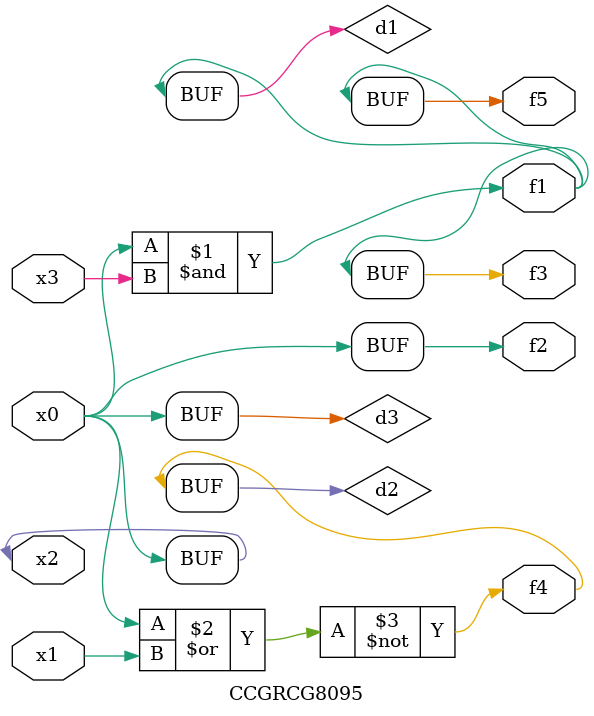
<source format=v>
module CCGRCG8095(
	input x0, x1, x2, x3,
	output f1, f2, f3, f4, f5
);

	wire d1, d2, d3;

	and (d1, x2, x3);
	nor (d2, x0, x1);
	buf (d3, x0, x2);
	assign f1 = d1;
	assign f2 = d3;
	assign f3 = d1;
	assign f4 = d2;
	assign f5 = d1;
endmodule

</source>
